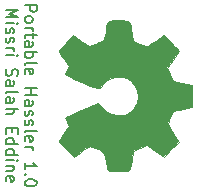
<source format=gto>
G04 #@! TF.FileFunction,Legend,Top*
%FSLAX46Y46*%
G04 Gerber Fmt 4.6, Leading zero omitted, Abs format (unit mm)*
G04 Created by KiCad (PCBNEW (2015-02-06 BZR 5410)-product) date Tue 10 Feb 2015 02:07:55 AM CET*
%MOMM*%
G01*
G04 APERTURE LIST*
%ADD10C,0.050000*%
%ADD11C,0.200000*%
%ADD12C,0.100000*%
G04 APERTURE END LIST*
D10*
D11*
X108297619Y-106657141D02*
X109297619Y-106657141D01*
X109297619Y-107038094D01*
X109250000Y-107133332D01*
X109202381Y-107180951D01*
X109107143Y-107228570D01*
X108964286Y-107228570D01*
X108869048Y-107180951D01*
X108821429Y-107133332D01*
X108773810Y-107038094D01*
X108773810Y-106657141D01*
X108297619Y-107799998D02*
X108345238Y-107704760D01*
X108392857Y-107657141D01*
X108488095Y-107609522D01*
X108773810Y-107609522D01*
X108869048Y-107657141D01*
X108916667Y-107704760D01*
X108964286Y-107799998D01*
X108964286Y-107942856D01*
X108916667Y-108038094D01*
X108869048Y-108085713D01*
X108773810Y-108133332D01*
X108488095Y-108133332D01*
X108392857Y-108085713D01*
X108345238Y-108038094D01*
X108297619Y-107942856D01*
X108297619Y-107799998D01*
X108297619Y-108561903D02*
X108964286Y-108561903D01*
X108773810Y-108561903D02*
X108869048Y-108609522D01*
X108916667Y-108657141D01*
X108964286Y-108752379D01*
X108964286Y-108847618D01*
X108964286Y-109038094D02*
X108964286Y-109419046D01*
X109297619Y-109180951D02*
X108440476Y-109180951D01*
X108345238Y-109228570D01*
X108297619Y-109323808D01*
X108297619Y-109419046D01*
X108297619Y-110180952D02*
X108821429Y-110180952D01*
X108916667Y-110133333D01*
X108964286Y-110038095D01*
X108964286Y-109847618D01*
X108916667Y-109752380D01*
X108345238Y-110180952D02*
X108297619Y-110085714D01*
X108297619Y-109847618D01*
X108345238Y-109752380D01*
X108440476Y-109704761D01*
X108535714Y-109704761D01*
X108630952Y-109752380D01*
X108678571Y-109847618D01*
X108678571Y-110085714D01*
X108726190Y-110180952D01*
X108297619Y-110657142D02*
X109297619Y-110657142D01*
X108916667Y-110657142D02*
X108964286Y-110752380D01*
X108964286Y-110942857D01*
X108916667Y-111038095D01*
X108869048Y-111085714D01*
X108773810Y-111133333D01*
X108488095Y-111133333D01*
X108392857Y-111085714D01*
X108345238Y-111038095D01*
X108297619Y-110942857D01*
X108297619Y-110752380D01*
X108345238Y-110657142D01*
X108297619Y-111704761D02*
X108345238Y-111609523D01*
X108440476Y-111561904D01*
X109297619Y-111561904D01*
X108345238Y-112466667D02*
X108297619Y-112371429D01*
X108297619Y-112180952D01*
X108345238Y-112085714D01*
X108440476Y-112038095D01*
X108821429Y-112038095D01*
X108916667Y-112085714D01*
X108964286Y-112180952D01*
X108964286Y-112371429D01*
X108916667Y-112466667D01*
X108821429Y-112514286D01*
X108726190Y-112514286D01*
X108630952Y-112038095D01*
X108297619Y-113704762D02*
X109297619Y-113704762D01*
X108821429Y-113704762D02*
X108821429Y-114276191D01*
X108297619Y-114276191D02*
X109297619Y-114276191D01*
X108297619Y-115180953D02*
X108821429Y-115180953D01*
X108916667Y-115133334D01*
X108964286Y-115038096D01*
X108964286Y-114847619D01*
X108916667Y-114752381D01*
X108345238Y-115180953D02*
X108297619Y-115085715D01*
X108297619Y-114847619D01*
X108345238Y-114752381D01*
X108440476Y-114704762D01*
X108535714Y-114704762D01*
X108630952Y-114752381D01*
X108678571Y-114847619D01*
X108678571Y-115085715D01*
X108726190Y-115180953D01*
X108345238Y-115609524D02*
X108297619Y-115704762D01*
X108297619Y-115895238D01*
X108345238Y-115990477D01*
X108440476Y-116038096D01*
X108488095Y-116038096D01*
X108583333Y-115990477D01*
X108630952Y-115895238D01*
X108630952Y-115752381D01*
X108678571Y-115657143D01*
X108773810Y-115609524D01*
X108821429Y-115609524D01*
X108916667Y-115657143D01*
X108964286Y-115752381D01*
X108964286Y-115895238D01*
X108916667Y-115990477D01*
X108345238Y-116419048D02*
X108297619Y-116514286D01*
X108297619Y-116704762D01*
X108345238Y-116800001D01*
X108440476Y-116847620D01*
X108488095Y-116847620D01*
X108583333Y-116800001D01*
X108630952Y-116704762D01*
X108630952Y-116561905D01*
X108678571Y-116466667D01*
X108773810Y-116419048D01*
X108821429Y-116419048D01*
X108916667Y-116466667D01*
X108964286Y-116561905D01*
X108964286Y-116704762D01*
X108916667Y-116800001D01*
X108297619Y-117419048D02*
X108345238Y-117323810D01*
X108440476Y-117276191D01*
X109297619Y-117276191D01*
X108345238Y-118180954D02*
X108297619Y-118085716D01*
X108297619Y-117895239D01*
X108345238Y-117800001D01*
X108440476Y-117752382D01*
X108821429Y-117752382D01*
X108916667Y-117800001D01*
X108964286Y-117895239D01*
X108964286Y-118085716D01*
X108916667Y-118180954D01*
X108821429Y-118228573D01*
X108726190Y-118228573D01*
X108630952Y-117752382D01*
X108297619Y-118657144D02*
X108964286Y-118657144D01*
X108773810Y-118657144D02*
X108869048Y-118704763D01*
X108916667Y-118752382D01*
X108964286Y-118847620D01*
X108964286Y-118942859D01*
X108297619Y-120561907D02*
X108297619Y-119990478D01*
X108297619Y-120276192D02*
X109297619Y-120276192D01*
X109154762Y-120180954D01*
X109059524Y-120085716D01*
X109011905Y-119990478D01*
X108392857Y-120990478D02*
X108345238Y-121038097D01*
X108297619Y-120990478D01*
X108345238Y-120942859D01*
X108392857Y-120990478D01*
X108297619Y-120990478D01*
X109297619Y-121657144D02*
X109297619Y-121752383D01*
X109250000Y-121847621D01*
X109202381Y-121895240D01*
X109107143Y-121942859D01*
X108916667Y-121990478D01*
X108678571Y-121990478D01*
X108488095Y-121942859D01*
X108392857Y-121895240D01*
X108345238Y-121847621D01*
X108297619Y-121752383D01*
X108297619Y-121657144D01*
X108345238Y-121561906D01*
X108392857Y-121514287D01*
X108488095Y-121466668D01*
X108678571Y-121419049D01*
X108916667Y-121419049D01*
X109107143Y-121466668D01*
X109202381Y-121514287D01*
X109250000Y-121561906D01*
X109297619Y-121657144D01*
X106697619Y-107038095D02*
X107697619Y-107038095D01*
X106983333Y-107371429D01*
X107697619Y-107704762D01*
X106697619Y-107704762D01*
X106697619Y-108180952D02*
X107364286Y-108180952D01*
X107697619Y-108180952D02*
X107650000Y-108133333D01*
X107602381Y-108180952D01*
X107650000Y-108228571D01*
X107697619Y-108180952D01*
X107602381Y-108180952D01*
X106745238Y-108609523D02*
X106697619Y-108704761D01*
X106697619Y-108895237D01*
X106745238Y-108990476D01*
X106840476Y-109038095D01*
X106888095Y-109038095D01*
X106983333Y-108990476D01*
X107030952Y-108895237D01*
X107030952Y-108752380D01*
X107078571Y-108657142D01*
X107173810Y-108609523D01*
X107221429Y-108609523D01*
X107316667Y-108657142D01*
X107364286Y-108752380D01*
X107364286Y-108895237D01*
X107316667Y-108990476D01*
X106745238Y-109419047D02*
X106697619Y-109514285D01*
X106697619Y-109704761D01*
X106745238Y-109800000D01*
X106840476Y-109847619D01*
X106888095Y-109847619D01*
X106983333Y-109800000D01*
X107030952Y-109704761D01*
X107030952Y-109561904D01*
X107078571Y-109466666D01*
X107173810Y-109419047D01*
X107221429Y-109419047D01*
X107316667Y-109466666D01*
X107364286Y-109561904D01*
X107364286Y-109704761D01*
X107316667Y-109800000D01*
X106697619Y-110276190D02*
X107364286Y-110276190D01*
X107173810Y-110276190D02*
X107269048Y-110323809D01*
X107316667Y-110371428D01*
X107364286Y-110466666D01*
X107364286Y-110561905D01*
X106697619Y-110895238D02*
X107364286Y-110895238D01*
X107697619Y-110895238D02*
X107650000Y-110847619D01*
X107602381Y-110895238D01*
X107650000Y-110942857D01*
X107697619Y-110895238D01*
X107602381Y-110895238D01*
X106745238Y-112085714D02*
X106697619Y-112228571D01*
X106697619Y-112466667D01*
X106745238Y-112561905D01*
X106792857Y-112609524D01*
X106888095Y-112657143D01*
X106983333Y-112657143D01*
X107078571Y-112609524D01*
X107126190Y-112561905D01*
X107173810Y-112466667D01*
X107221429Y-112276190D01*
X107269048Y-112180952D01*
X107316667Y-112133333D01*
X107411905Y-112085714D01*
X107507143Y-112085714D01*
X107602381Y-112133333D01*
X107650000Y-112180952D01*
X107697619Y-112276190D01*
X107697619Y-112514286D01*
X107650000Y-112657143D01*
X106697619Y-113514286D02*
X107221429Y-113514286D01*
X107316667Y-113466667D01*
X107364286Y-113371429D01*
X107364286Y-113180952D01*
X107316667Y-113085714D01*
X106745238Y-113514286D02*
X106697619Y-113419048D01*
X106697619Y-113180952D01*
X106745238Y-113085714D01*
X106840476Y-113038095D01*
X106935714Y-113038095D01*
X107030952Y-113085714D01*
X107078571Y-113180952D01*
X107078571Y-113419048D01*
X107126190Y-113514286D01*
X106697619Y-114133333D02*
X106745238Y-114038095D01*
X106840476Y-113990476D01*
X107697619Y-113990476D01*
X106697619Y-114942858D02*
X107221429Y-114942858D01*
X107316667Y-114895239D01*
X107364286Y-114800001D01*
X107364286Y-114609524D01*
X107316667Y-114514286D01*
X106745238Y-114942858D02*
X106697619Y-114847620D01*
X106697619Y-114609524D01*
X106745238Y-114514286D01*
X106840476Y-114466667D01*
X106935714Y-114466667D01*
X107030952Y-114514286D01*
X107078571Y-114609524D01*
X107078571Y-114847620D01*
X107126190Y-114942858D01*
X106697619Y-115419048D02*
X107697619Y-115419048D01*
X106697619Y-115847620D02*
X107221429Y-115847620D01*
X107316667Y-115800001D01*
X107364286Y-115704763D01*
X107364286Y-115561905D01*
X107316667Y-115466667D01*
X107269048Y-115419048D01*
X107221429Y-117085715D02*
X107221429Y-117419049D01*
X106697619Y-117561906D02*
X106697619Y-117085715D01*
X107697619Y-117085715D01*
X107697619Y-117561906D01*
X106697619Y-118419049D02*
X107697619Y-118419049D01*
X106745238Y-118419049D02*
X106697619Y-118323811D01*
X106697619Y-118133334D01*
X106745238Y-118038096D01*
X106792857Y-117990477D01*
X106888095Y-117942858D01*
X107173810Y-117942858D01*
X107269048Y-117990477D01*
X107316667Y-118038096D01*
X107364286Y-118133334D01*
X107364286Y-118323811D01*
X107316667Y-118419049D01*
X106697619Y-119323811D02*
X107697619Y-119323811D01*
X106745238Y-119323811D02*
X106697619Y-119228573D01*
X106697619Y-119038096D01*
X106745238Y-118942858D01*
X106792857Y-118895239D01*
X106888095Y-118847620D01*
X107173810Y-118847620D01*
X107269048Y-118895239D01*
X107316667Y-118942858D01*
X107364286Y-119038096D01*
X107364286Y-119228573D01*
X107316667Y-119323811D01*
X106697619Y-119800001D02*
X107364286Y-119800001D01*
X107697619Y-119800001D02*
X107650000Y-119752382D01*
X107602381Y-119800001D01*
X107650000Y-119847620D01*
X107697619Y-119800001D01*
X107602381Y-119800001D01*
X107364286Y-120276191D02*
X106697619Y-120276191D01*
X107269048Y-120276191D02*
X107316667Y-120323810D01*
X107364286Y-120419048D01*
X107364286Y-120561906D01*
X107316667Y-120657144D01*
X107221429Y-120704763D01*
X106697619Y-120704763D01*
X106745238Y-121561906D02*
X106697619Y-121466668D01*
X106697619Y-121276191D01*
X106745238Y-121180953D01*
X106840476Y-121133334D01*
X107221429Y-121133334D01*
X107316667Y-121180953D01*
X107364286Y-121276191D01*
X107364286Y-121466668D01*
X107316667Y-121561906D01*
X107221429Y-121609525D01*
X107126190Y-121609525D01*
X107030952Y-121133334D01*
D12*
G36*
X116485073Y-120735490D02*
X116141717Y-120734453D01*
X115810707Y-120719329D01*
X115537272Y-120690625D01*
X115366641Y-120648849D01*
X115337494Y-120628833D01*
X115285977Y-120499914D01*
X115222871Y-120250283D01*
X115159567Y-119926995D01*
X115142108Y-119821849D01*
X115080673Y-119491806D01*
X115014793Y-119227432D01*
X114956014Y-119072725D01*
X114940482Y-119053486D01*
X114791719Y-118971882D01*
X114549448Y-118865329D01*
X114271645Y-118756272D01*
X114016284Y-118667158D01*
X113841340Y-118620435D01*
X113815713Y-118618000D01*
X113694692Y-118663859D01*
X113475035Y-118786537D01*
X113195365Y-118963682D01*
X113059974Y-119055384D01*
X112427275Y-119492769D01*
X111797304Y-118867003D01*
X111537033Y-118601995D01*
X111329111Y-118377967D01*
X111198848Y-118222955D01*
X111167334Y-118169199D01*
X111212936Y-118071729D01*
X111334846Y-117872366D01*
X111510721Y-117606847D01*
X111598223Y-117480018D01*
X112029112Y-116862875D01*
X111852065Y-116515834D01*
X111748908Y-116301132D01*
X111723673Y-116185624D01*
X111773021Y-116119943D01*
X111823343Y-116091030D01*
X111960865Y-116027274D01*
X112211949Y-115918310D01*
X112544966Y-115777190D01*
X112928286Y-115616963D01*
X113330279Y-115450679D01*
X113719314Y-115291388D01*
X114063763Y-115152139D01*
X114331994Y-115045984D01*
X114492379Y-114985972D01*
X114522671Y-114977333D01*
X114601728Y-115035991D01*
X114755034Y-115188638D01*
X114920556Y-115369922D01*
X115276203Y-115708549D01*
X115643207Y-115906562D01*
X116072657Y-115987956D01*
X116247987Y-115993333D01*
X116775581Y-115920028D01*
X117213603Y-115709502D01*
X117548512Y-115375843D01*
X117766766Y-114933135D01*
X117854822Y-114395466D01*
X117856000Y-114320780D01*
X117784131Y-113817795D01*
X117585687Y-113397130D01*
X117286415Y-113067128D01*
X116912061Y-112836135D01*
X116488372Y-112712495D01*
X116041093Y-112704554D01*
X115595971Y-112820657D01*
X115178752Y-113069149D01*
X114889925Y-113359410D01*
X114713375Y-113556212D01*
X114564891Y-113682338D01*
X114506123Y-113707333D01*
X114393561Y-113675827D01*
X114158365Y-113590282D01*
X113833200Y-113464156D01*
X113450730Y-113310909D01*
X113043621Y-113144000D01*
X112644537Y-112976886D01*
X112286144Y-112823029D01*
X112001105Y-112695886D01*
X111822087Y-112608916D01*
X111783674Y-112585599D01*
X111735142Y-112494476D01*
X111774509Y-112333661D01*
X111849265Y-112174321D01*
X112018182Y-111843216D01*
X111592758Y-111212765D01*
X111403797Y-110925464D01*
X111257940Y-110689860D01*
X111176886Y-110541647D01*
X111167334Y-110512871D01*
X111223915Y-110427875D01*
X111376726Y-110253118D01*
X111600366Y-110016654D01*
X111792215Y-109822718D01*
X112417095Y-109202007D01*
X113092824Y-109675503D01*
X113768552Y-110148998D01*
X114309443Y-109930065D01*
X114596415Y-109808520D01*
X114825234Y-109701787D01*
X114944686Y-109634061D01*
X115002231Y-109518223D01*
X115069185Y-109281279D01*
X115132806Y-108969999D01*
X115144214Y-108901661D01*
X115211935Y-108492616D01*
X115280624Y-108221518D01*
X115383272Y-108060037D01*
X115552869Y-107979843D01*
X115822406Y-107952605D01*
X116224872Y-107949993D01*
X116252408Y-107950000D01*
X116636247Y-107950334D01*
X116899993Y-107969200D01*
X117071681Y-108033393D01*
X117179350Y-108169708D01*
X117251034Y-108404941D01*
X117314771Y-108765886D01*
X117352313Y-109001204D01*
X117459581Y-109666156D01*
X117994599Y-109908744D01*
X118275170Y-110030463D01*
X118499009Y-110117530D01*
X118618199Y-110151327D01*
X118618861Y-110151333D01*
X118722585Y-110105345D01*
X118929137Y-109981625D01*
X119204034Y-109801537D01*
X119389803Y-109673655D01*
X120071501Y-109195977D01*
X120699417Y-109819702D01*
X120959310Y-110084688D01*
X121166767Y-110309203D01*
X121296411Y-110464982D01*
X121327334Y-110519105D01*
X121281484Y-110616884D01*
X121158157Y-110818332D01*
X120978688Y-111089605D01*
X120852408Y-111272552D01*
X120377483Y-111950321D01*
X120603155Y-112525523D01*
X120828828Y-113100724D01*
X121628414Y-113244693D01*
X122428000Y-113388662D01*
X122428000Y-114345315D01*
X122428000Y-115301968D01*
X122025834Y-115386736D01*
X121678010Y-115454182D01*
X121314203Y-115516288D01*
X121231705Y-115528835D01*
X120839744Y-115586166D01*
X120612960Y-116164199D01*
X120386176Y-116742232D01*
X120872571Y-117473117D01*
X121358965Y-118204003D01*
X120711199Y-118851769D01*
X120063433Y-119499535D01*
X119350887Y-119010533D01*
X118638340Y-118521532D01*
X118062306Y-118765498D01*
X117486272Y-119009465D01*
X117338079Y-119786408D01*
X117267735Y-120135667D01*
X117202809Y-120423697D01*
X117153116Y-120608396D01*
X117136946Y-120649009D01*
X117027916Y-120693275D01*
X116795549Y-120721933D01*
X116485073Y-120735490D01*
X116485073Y-120735490D01*
X116485073Y-120735490D01*
G37*
X116485073Y-120735490D02*
X116141717Y-120734453D01*
X115810707Y-120719329D01*
X115537272Y-120690625D01*
X115366641Y-120648849D01*
X115337494Y-120628833D01*
X115285977Y-120499914D01*
X115222871Y-120250283D01*
X115159567Y-119926995D01*
X115142108Y-119821849D01*
X115080673Y-119491806D01*
X115014793Y-119227432D01*
X114956014Y-119072725D01*
X114940482Y-119053486D01*
X114791719Y-118971882D01*
X114549448Y-118865329D01*
X114271645Y-118756272D01*
X114016284Y-118667158D01*
X113841340Y-118620435D01*
X113815713Y-118618000D01*
X113694692Y-118663859D01*
X113475035Y-118786537D01*
X113195365Y-118963682D01*
X113059974Y-119055384D01*
X112427275Y-119492769D01*
X111797304Y-118867003D01*
X111537033Y-118601995D01*
X111329111Y-118377967D01*
X111198848Y-118222955D01*
X111167334Y-118169199D01*
X111212936Y-118071729D01*
X111334846Y-117872366D01*
X111510721Y-117606847D01*
X111598223Y-117480018D01*
X112029112Y-116862875D01*
X111852065Y-116515834D01*
X111748908Y-116301132D01*
X111723673Y-116185624D01*
X111773021Y-116119943D01*
X111823343Y-116091030D01*
X111960865Y-116027274D01*
X112211949Y-115918310D01*
X112544966Y-115777190D01*
X112928286Y-115616963D01*
X113330279Y-115450679D01*
X113719314Y-115291388D01*
X114063763Y-115152139D01*
X114331994Y-115045984D01*
X114492379Y-114985972D01*
X114522671Y-114977333D01*
X114601728Y-115035991D01*
X114755034Y-115188638D01*
X114920556Y-115369922D01*
X115276203Y-115708549D01*
X115643207Y-115906562D01*
X116072657Y-115987956D01*
X116247987Y-115993333D01*
X116775581Y-115920028D01*
X117213603Y-115709502D01*
X117548512Y-115375843D01*
X117766766Y-114933135D01*
X117854822Y-114395466D01*
X117856000Y-114320780D01*
X117784131Y-113817795D01*
X117585687Y-113397130D01*
X117286415Y-113067128D01*
X116912061Y-112836135D01*
X116488372Y-112712495D01*
X116041093Y-112704554D01*
X115595971Y-112820657D01*
X115178752Y-113069149D01*
X114889925Y-113359410D01*
X114713375Y-113556212D01*
X114564891Y-113682338D01*
X114506123Y-113707333D01*
X114393561Y-113675827D01*
X114158365Y-113590282D01*
X113833200Y-113464156D01*
X113450730Y-113310909D01*
X113043621Y-113144000D01*
X112644537Y-112976886D01*
X112286144Y-112823029D01*
X112001105Y-112695886D01*
X111822087Y-112608916D01*
X111783674Y-112585599D01*
X111735142Y-112494476D01*
X111774509Y-112333661D01*
X111849265Y-112174321D01*
X112018182Y-111843216D01*
X111592758Y-111212765D01*
X111403797Y-110925464D01*
X111257940Y-110689860D01*
X111176886Y-110541647D01*
X111167334Y-110512871D01*
X111223915Y-110427875D01*
X111376726Y-110253118D01*
X111600366Y-110016654D01*
X111792215Y-109822718D01*
X112417095Y-109202007D01*
X113092824Y-109675503D01*
X113768552Y-110148998D01*
X114309443Y-109930065D01*
X114596415Y-109808520D01*
X114825234Y-109701787D01*
X114944686Y-109634061D01*
X115002231Y-109518223D01*
X115069185Y-109281279D01*
X115132806Y-108969999D01*
X115144214Y-108901661D01*
X115211935Y-108492616D01*
X115280624Y-108221518D01*
X115383272Y-108060037D01*
X115552869Y-107979843D01*
X115822406Y-107952605D01*
X116224872Y-107949993D01*
X116252408Y-107950000D01*
X116636247Y-107950334D01*
X116899993Y-107969200D01*
X117071681Y-108033393D01*
X117179350Y-108169708D01*
X117251034Y-108404941D01*
X117314771Y-108765886D01*
X117352313Y-109001204D01*
X117459581Y-109666156D01*
X117994599Y-109908744D01*
X118275170Y-110030463D01*
X118499009Y-110117530D01*
X118618199Y-110151327D01*
X118618861Y-110151333D01*
X118722585Y-110105345D01*
X118929137Y-109981625D01*
X119204034Y-109801537D01*
X119389803Y-109673655D01*
X120071501Y-109195977D01*
X120699417Y-109819702D01*
X120959310Y-110084688D01*
X121166767Y-110309203D01*
X121296411Y-110464982D01*
X121327334Y-110519105D01*
X121281484Y-110616884D01*
X121158157Y-110818332D01*
X120978688Y-111089605D01*
X120852408Y-111272552D01*
X120377483Y-111950321D01*
X120603155Y-112525523D01*
X120828828Y-113100724D01*
X121628414Y-113244693D01*
X122428000Y-113388662D01*
X122428000Y-114345315D01*
X122428000Y-115301968D01*
X122025834Y-115386736D01*
X121678010Y-115454182D01*
X121314203Y-115516288D01*
X121231705Y-115528835D01*
X120839744Y-115586166D01*
X120612960Y-116164199D01*
X120386176Y-116742232D01*
X120872571Y-117473117D01*
X121358965Y-118204003D01*
X120711199Y-118851769D01*
X120063433Y-119499535D01*
X119350887Y-119010533D01*
X118638340Y-118521532D01*
X118062306Y-118765498D01*
X117486272Y-119009465D01*
X117338079Y-119786408D01*
X117267735Y-120135667D01*
X117202809Y-120423697D01*
X117153116Y-120608396D01*
X117136946Y-120649009D01*
X117027916Y-120693275D01*
X116795549Y-120721933D01*
X116485073Y-120735490D01*
X116485073Y-120735490D01*
M02*

</source>
